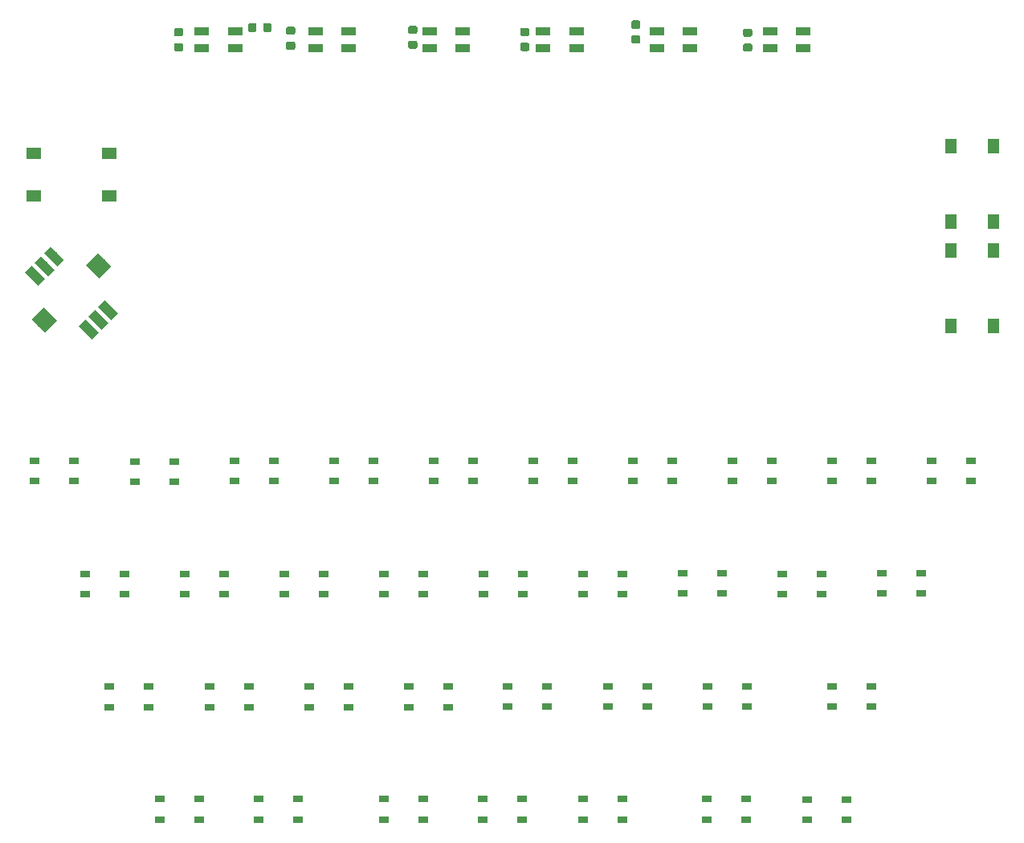
<source format=gbr>
G04 #@! TF.GenerationSoftware,KiCad,Pcbnew,5.0.2-1.fc29*
G04 #@! TF.CreationDate,2019-02-25T04:27:57+01:00*
G04 #@! TF.ProjectId,tr19-badge,74723139-2d62-4616-9467-652e6b696361,rev?*
G04 #@! TF.SameCoordinates,Original*
G04 #@! TF.FileFunction,Paste,Top*
G04 #@! TF.FilePolarity,Positive*
%FSLAX46Y46*%
G04 Gerber Fmt 4.6, Leading zero omitted, Abs format (unit mm)*
G04 Created by KiCad (PCBNEW 5.0.2-1.fc29) date Mon 25 Feb 2019 04:27:57 CET*
%MOMM*%
%LPD*%
G01*
G04 APERTURE LIST*
%ADD10R,1.050000X0.650000*%
%ADD11C,1.800000*%
%ADD12C,0.100000*%
%ADD13C,1.000000*%
%ADD14R,1.550000X1.300000*%
%ADD15R,1.300000X1.550000*%
%ADD16C,0.875000*%
%ADD17R,1.600000X0.850000*%
G04 APERTURE END LIST*
D10*
G04 #@! TO.C,S38*
X-49375000Y86775000D03*
X-45225000Y86775000D03*
X-49375000Y84625000D03*
X-45225000Y84625000D03*
G04 #@! TD*
D11*
G04 #@! TO.C,S6*
X-42634187Y107361804D03*
D12*
G36*
X-41290684Y107291093D02*
X-42563476Y106018301D01*
X-43977690Y107432515D01*
X-42704898Y108705307D01*
X-41290684Y107291093D01*
X-41290684Y107291093D01*
G37*
D11*
X-48361751Y101634241D03*
D12*
G36*
X-47018248Y101563530D02*
X-48291040Y100290738D01*
X-49705254Y101704952D01*
X-48432462Y102977744D01*
X-47018248Y101563530D01*
X-47018248Y101563530D01*
G37*
D13*
X-49334023Y106318823D03*
D12*
G36*
X-48273363Y105965270D02*
X-48980470Y105258163D01*
X-50394683Y106672376D01*
X-49687576Y107379483D01*
X-48273363Y105965270D01*
X-48273363Y105965270D01*
G37*
D13*
X-48326396Y107326450D03*
D12*
G36*
X-47265736Y106972897D02*
X-47972843Y106265790D01*
X-49387056Y107680003D01*
X-48679949Y108387110D01*
X-47265736Y106972897D01*
X-47265736Y106972897D01*
G37*
D13*
X-47318769Y108334077D03*
D12*
G36*
X-46258109Y107980524D02*
X-46965216Y107273417D01*
X-48379429Y108687630D01*
X-47672322Y109394737D01*
X-46258109Y107980524D01*
X-46258109Y107980524D01*
G37*
D13*
X-41661915Y102677223D03*
D12*
G36*
X-40601255Y102323670D02*
X-41308362Y101616563D01*
X-42722575Y103030776D01*
X-42015468Y103737883D01*
X-40601255Y102323670D01*
X-40601255Y102323670D01*
G37*
D13*
X-43677169Y100661968D03*
D12*
G36*
X-42616509Y100308415D02*
X-43323616Y99601308D01*
X-44737829Y101015521D01*
X-44030722Y101722628D01*
X-42616509Y100308415D01*
X-42616509Y100308415D01*
G37*
D13*
X-42669542Y101669596D03*
D12*
G36*
X-41608882Y101316043D02*
X-42315989Y100608936D01*
X-43730202Y102023149D01*
X-43023095Y102730256D01*
X-41608882Y101316043D01*
X-41608882Y101316043D01*
G37*
G04 #@! TD*
D14*
G04 #@! TO.C,S1*
X-41525000Y114750000D03*
X-49475000Y114750000D03*
X-41525000Y119250000D03*
X-49475000Y119250000D03*
G04 #@! TD*
D15*
G04 #@! TO.C,S2*
X51750000Y119975000D03*
X51750000Y112025000D03*
X47250000Y119975000D03*
X47250000Y112025000D03*
G04 #@! TD*
G04 #@! TO.C,S3*
X51750000Y108975000D03*
X51750000Y101025000D03*
X47250000Y108975000D03*
X47250000Y101025000D03*
G04 #@! TD*
D10*
G04 #@! TO.C,S8*
X21525000Y51125000D03*
X25675000Y51125000D03*
X21525000Y48975000D03*
X25675000Y48975000D03*
G04 #@! TD*
G04 #@! TO.C,S9*
X45175000Y86775000D03*
X49325000Y86775000D03*
X45175000Y84625000D03*
X49325000Y84625000D03*
G04 #@! TD*
G04 #@! TO.C,S10*
X-25725000Y51125000D03*
X-21575000Y51125000D03*
X-25725000Y48975000D03*
X-21575000Y48975000D03*
G04 #@! TD*
G04 #@! TO.C,S11*
X-28325000Y86775000D03*
X-24175000Y86775000D03*
X-28325000Y84625000D03*
X-24175000Y84625000D03*
G04 #@! TD*
G04 #@! TO.C,S12*
X32075000Y51075000D03*
X36225000Y51075000D03*
X32075000Y48925000D03*
X36225000Y48925000D03*
G04 #@! TD*
G04 #@! TO.C,S13*
X34725000Y86775000D03*
X38875000Y86775000D03*
X34725000Y84625000D03*
X38875000Y84625000D03*
G04 #@! TD*
G04 #@! TO.C,S14*
X-30925000Y62975000D03*
X-26775000Y62975000D03*
X-30925000Y60825000D03*
X-26775000Y60825000D03*
G04 #@! TD*
G04 #@! TO.C,S15*
X-23075000Y74875000D03*
X-18925000Y74875000D03*
X-23075000Y72725000D03*
X-18925000Y72725000D03*
G04 #@! TD*
G04 #@! TO.C,S16*
X11075000Y63025000D03*
X15225000Y63025000D03*
X11075000Y60875000D03*
X15225000Y60875000D03*
G04 #@! TD*
G04 #@! TO.C,S17*
X24175000Y86775000D03*
X28325000Y86775000D03*
X24175000Y84625000D03*
X28325000Y84625000D03*
G04 #@! TD*
G04 #@! TO.C,S18*
X-33575000Y74875000D03*
X-29425000Y74875000D03*
X-33575000Y72725000D03*
X-29425000Y72725000D03*
G04 #@! TD*
G04 #@! TO.C,S19*
X-20425000Y62975000D03*
X-16275000Y62975000D03*
X-20425000Y60825000D03*
X-16275000Y60825000D03*
G04 #@! TD*
G04 #@! TO.C,S20*
X21575000Y63025000D03*
X25725000Y63025000D03*
X21575000Y60875000D03*
X25725000Y60875000D03*
G04 #@! TD*
G04 #@! TO.C,S21*
X13725000Y86775000D03*
X17875000Y86775000D03*
X13725000Y84625000D03*
X17875000Y84625000D03*
G04 #@! TD*
G04 #@! TO.C,S22*
X-38775000Y86725000D03*
X-34625000Y86725000D03*
X-38775000Y84575000D03*
X-34625000Y84575000D03*
G04 #@! TD*
G04 #@! TO.C,S23*
X-12575000Y51125000D03*
X-8425000Y51125000D03*
X-12575000Y48975000D03*
X-8425000Y48975000D03*
G04 #@! TD*
G04 #@! TO.C,S24*
X34675000Y63025000D03*
X38825000Y63025000D03*
X34675000Y60875000D03*
X38825000Y60875000D03*
G04 #@! TD*
G04 #@! TO.C,S25*
X3175000Y86775000D03*
X7325000Y86775000D03*
X3175000Y84625000D03*
X7325000Y84625000D03*
G04 #@! TD*
G04 #@! TO.C,S26*
X-36175000Y51125000D03*
X-32025000Y51125000D03*
X-36175000Y48975000D03*
X-32025000Y48975000D03*
G04 #@! TD*
G04 #@! TO.C,S27*
X-17825000Y86775000D03*
X-13675000Y86775000D03*
X-17825000Y84625000D03*
X-13675000Y84625000D03*
G04 #@! TD*
G04 #@! TO.C,S28*
X8425000Y74875000D03*
X12575000Y74875000D03*
X8425000Y72725000D03*
X12575000Y72725000D03*
G04 #@! TD*
G04 #@! TO.C,S29*
X39925000Y74925000D03*
X44075000Y74925000D03*
X39925000Y72775000D03*
X44075000Y72775000D03*
G04 #@! TD*
G04 #@! TO.C,S30*
X-41475000Y62975000D03*
X-37325000Y62975000D03*
X-41475000Y60825000D03*
X-37325000Y60825000D03*
G04 #@! TD*
G04 #@! TO.C,S31*
X-12525000Y74875000D03*
X-8375000Y74875000D03*
X-12525000Y72725000D03*
X-8375000Y72725000D03*
G04 #@! TD*
G04 #@! TO.C,S32*
X525000Y63025000D03*
X4675000Y63025000D03*
X525000Y60875000D03*
X4675000Y60875000D03*
G04 #@! TD*
G04 #@! TO.C,S33*
X29425000Y74875000D03*
X33575000Y74875000D03*
X29425000Y72725000D03*
X33575000Y72725000D03*
G04 #@! TD*
G04 #@! TO.C,S34*
X-44075000Y74875000D03*
X-39925000Y74875000D03*
X-44075000Y72725000D03*
X-39925000Y72725000D03*
G04 #@! TD*
G04 #@! TO.C,S35*
X-9925000Y62975000D03*
X-5775000Y62975000D03*
X-9925000Y60825000D03*
X-5775000Y60825000D03*
G04 #@! TD*
G04 #@! TO.C,S36*
X-2075000Y74875000D03*
X2075000Y74875000D03*
X-2075000Y72725000D03*
X2075000Y72725000D03*
G04 #@! TD*
G04 #@! TO.C,S37*
X18925000Y74925000D03*
X23075000Y74925000D03*
X18925000Y72775000D03*
X23075000Y72775000D03*
G04 #@! TD*
G04 #@! TO.C,S39*
X-7325000Y86775000D03*
X-3175000Y86775000D03*
X-7325000Y84625000D03*
X-3175000Y84625000D03*
G04 #@! TD*
G04 #@! TO.C,S40*
X2055000Y48975000D03*
X-2095000Y48975000D03*
X2055000Y51125000D03*
X-2095000Y51125000D03*
G04 #@! TD*
G04 #@! TO.C,S41*
X8425000Y51115000D03*
X12575000Y51115000D03*
X8425000Y48965000D03*
X12575000Y48965000D03*
G04 #@! TD*
D12*
G04 #@! TO.C,C12*
G36*
X26077691Y132373947D02*
X26098926Y132370797D01*
X26119750Y132365581D01*
X26139962Y132358349D01*
X26159368Y132349170D01*
X26177781Y132338134D01*
X26195024Y132325346D01*
X26210930Y132310930D01*
X26225346Y132295024D01*
X26238134Y132277781D01*
X26249170Y132259368D01*
X26258349Y132239962D01*
X26265581Y132219750D01*
X26270797Y132198926D01*
X26273947Y132177691D01*
X26275000Y132156250D01*
X26275000Y131718750D01*
X26273947Y131697309D01*
X26270797Y131676074D01*
X26265581Y131655250D01*
X26258349Y131635038D01*
X26249170Y131615632D01*
X26238134Y131597219D01*
X26225346Y131579976D01*
X26210930Y131564070D01*
X26195024Y131549654D01*
X26177781Y131536866D01*
X26159368Y131525830D01*
X26139962Y131516651D01*
X26119750Y131509419D01*
X26098926Y131504203D01*
X26077691Y131501053D01*
X26056250Y131500000D01*
X25543750Y131500000D01*
X25522309Y131501053D01*
X25501074Y131504203D01*
X25480250Y131509419D01*
X25460038Y131516651D01*
X25440632Y131525830D01*
X25422219Y131536866D01*
X25404976Y131549654D01*
X25389070Y131564070D01*
X25374654Y131579976D01*
X25361866Y131597219D01*
X25350830Y131615632D01*
X25341651Y131635038D01*
X25334419Y131655250D01*
X25329203Y131676074D01*
X25326053Y131697309D01*
X25325000Y131718750D01*
X25325000Y132156250D01*
X25326053Y132177691D01*
X25329203Y132198926D01*
X25334419Y132219750D01*
X25341651Y132239962D01*
X25350830Y132259368D01*
X25361866Y132277781D01*
X25374654Y132295024D01*
X25389070Y132310930D01*
X25404976Y132325346D01*
X25422219Y132338134D01*
X25440632Y132349170D01*
X25460038Y132358349D01*
X25480250Y132365581D01*
X25501074Y132370797D01*
X25522309Y132373947D01*
X25543750Y132375000D01*
X26056250Y132375000D01*
X26077691Y132373947D01*
X26077691Y132373947D01*
G37*
D16*
X25800000Y131937500D03*
D12*
G36*
X26077691Y130798947D02*
X26098926Y130795797D01*
X26119750Y130790581D01*
X26139962Y130783349D01*
X26159368Y130774170D01*
X26177781Y130763134D01*
X26195024Y130750346D01*
X26210930Y130735930D01*
X26225346Y130720024D01*
X26238134Y130702781D01*
X26249170Y130684368D01*
X26258349Y130664962D01*
X26265581Y130644750D01*
X26270797Y130623926D01*
X26273947Y130602691D01*
X26275000Y130581250D01*
X26275000Y130143750D01*
X26273947Y130122309D01*
X26270797Y130101074D01*
X26265581Y130080250D01*
X26258349Y130060038D01*
X26249170Y130040632D01*
X26238134Y130022219D01*
X26225346Y130004976D01*
X26210930Y129989070D01*
X26195024Y129974654D01*
X26177781Y129961866D01*
X26159368Y129950830D01*
X26139962Y129941651D01*
X26119750Y129934419D01*
X26098926Y129929203D01*
X26077691Y129926053D01*
X26056250Y129925000D01*
X25543750Y129925000D01*
X25522309Y129926053D01*
X25501074Y129929203D01*
X25480250Y129934419D01*
X25460038Y129941651D01*
X25440632Y129950830D01*
X25422219Y129961866D01*
X25404976Y129974654D01*
X25389070Y129989070D01*
X25374654Y130004976D01*
X25361866Y130022219D01*
X25350830Y130040632D01*
X25341651Y130060038D01*
X25334419Y130080250D01*
X25329203Y130101074D01*
X25326053Y130122309D01*
X25325000Y130143750D01*
X25325000Y130581250D01*
X25326053Y130602691D01*
X25329203Y130623926D01*
X25334419Y130644750D01*
X25341651Y130664962D01*
X25350830Y130684368D01*
X25361866Y130702781D01*
X25374654Y130720024D01*
X25389070Y130735930D01*
X25404976Y130750346D01*
X25422219Y130763134D01*
X25440632Y130774170D01*
X25460038Y130783349D01*
X25480250Y130790581D01*
X25501074Y130795797D01*
X25522309Y130798947D01*
X25543750Y130800000D01*
X26056250Y130800000D01*
X26077691Y130798947D01*
X26077691Y130798947D01*
G37*
D16*
X25800000Y130362500D03*
G04 #@! TD*
D12*
G04 #@! TO.C,C20*
G36*
X-9222309Y131098947D02*
X-9201074Y131095797D01*
X-9180250Y131090581D01*
X-9160038Y131083349D01*
X-9140632Y131074170D01*
X-9122219Y131063134D01*
X-9104976Y131050346D01*
X-9089070Y131035930D01*
X-9074654Y131020024D01*
X-9061866Y131002781D01*
X-9050830Y130984368D01*
X-9041651Y130964962D01*
X-9034419Y130944750D01*
X-9029203Y130923926D01*
X-9026053Y130902691D01*
X-9025000Y130881250D01*
X-9025000Y130443750D01*
X-9026053Y130422309D01*
X-9029203Y130401074D01*
X-9034419Y130380250D01*
X-9041651Y130360038D01*
X-9050830Y130340632D01*
X-9061866Y130322219D01*
X-9074654Y130304976D01*
X-9089070Y130289070D01*
X-9104976Y130274654D01*
X-9122219Y130261866D01*
X-9140632Y130250830D01*
X-9160038Y130241651D01*
X-9180250Y130234419D01*
X-9201074Y130229203D01*
X-9222309Y130226053D01*
X-9243750Y130225000D01*
X-9756250Y130225000D01*
X-9777691Y130226053D01*
X-9798926Y130229203D01*
X-9819750Y130234419D01*
X-9839962Y130241651D01*
X-9859368Y130250830D01*
X-9877781Y130261866D01*
X-9895024Y130274654D01*
X-9910930Y130289070D01*
X-9925346Y130304976D01*
X-9938134Y130322219D01*
X-9949170Y130340632D01*
X-9958349Y130360038D01*
X-9965581Y130380250D01*
X-9970797Y130401074D01*
X-9973947Y130422309D01*
X-9975000Y130443750D01*
X-9975000Y130881250D01*
X-9973947Y130902691D01*
X-9970797Y130923926D01*
X-9965581Y130944750D01*
X-9958349Y130964962D01*
X-9949170Y130984368D01*
X-9938134Y131002781D01*
X-9925346Y131020024D01*
X-9910930Y131035930D01*
X-9895024Y131050346D01*
X-9877781Y131063134D01*
X-9859368Y131074170D01*
X-9839962Y131083349D01*
X-9819750Y131090581D01*
X-9798926Y131095797D01*
X-9777691Y131098947D01*
X-9756250Y131100000D01*
X-9243750Y131100000D01*
X-9222309Y131098947D01*
X-9222309Y131098947D01*
G37*
D16*
X-9500000Y130662500D03*
D12*
G36*
X-9222309Y132673947D02*
X-9201074Y132670797D01*
X-9180250Y132665581D01*
X-9160038Y132658349D01*
X-9140632Y132649170D01*
X-9122219Y132638134D01*
X-9104976Y132625346D01*
X-9089070Y132610930D01*
X-9074654Y132595024D01*
X-9061866Y132577781D01*
X-9050830Y132559368D01*
X-9041651Y132539962D01*
X-9034419Y132519750D01*
X-9029203Y132498926D01*
X-9026053Y132477691D01*
X-9025000Y132456250D01*
X-9025000Y132018750D01*
X-9026053Y131997309D01*
X-9029203Y131976074D01*
X-9034419Y131955250D01*
X-9041651Y131935038D01*
X-9050830Y131915632D01*
X-9061866Y131897219D01*
X-9074654Y131879976D01*
X-9089070Y131864070D01*
X-9104976Y131849654D01*
X-9122219Y131836866D01*
X-9140632Y131825830D01*
X-9160038Y131816651D01*
X-9180250Y131809419D01*
X-9201074Y131804203D01*
X-9222309Y131801053D01*
X-9243750Y131800000D01*
X-9756250Y131800000D01*
X-9777691Y131801053D01*
X-9798926Y131804203D01*
X-9819750Y131809419D01*
X-9839962Y131816651D01*
X-9859368Y131825830D01*
X-9877781Y131836866D01*
X-9895024Y131849654D01*
X-9910930Y131864070D01*
X-9925346Y131879976D01*
X-9938134Y131897219D01*
X-9949170Y131915632D01*
X-9958349Y131935038D01*
X-9965581Y131955250D01*
X-9970797Y131976074D01*
X-9973947Y131997309D01*
X-9975000Y132018750D01*
X-9975000Y132456250D01*
X-9973947Y132477691D01*
X-9970797Y132498926D01*
X-9965581Y132519750D01*
X-9958349Y132539962D01*
X-9949170Y132559368D01*
X-9938134Y132577781D01*
X-9925346Y132595024D01*
X-9910930Y132610930D01*
X-9895024Y132625346D01*
X-9877781Y132638134D01*
X-9859368Y132649170D01*
X-9839962Y132658349D01*
X-9819750Y132665581D01*
X-9798926Y132670797D01*
X-9777691Y132673947D01*
X-9756250Y132675000D01*
X-9243750Y132675000D01*
X-9222309Y132673947D01*
X-9222309Y132673947D01*
G37*
D16*
X-9500000Y132237500D03*
G04 #@! TD*
D12*
G04 #@! TO.C,C23*
G36*
X2577691Y132448947D02*
X2598926Y132445797D01*
X2619750Y132440581D01*
X2639962Y132433349D01*
X2659368Y132424170D01*
X2677781Y132413134D01*
X2695024Y132400346D01*
X2710930Y132385930D01*
X2725346Y132370024D01*
X2738134Y132352781D01*
X2749170Y132334368D01*
X2758349Y132314962D01*
X2765581Y132294750D01*
X2770797Y132273926D01*
X2773947Y132252691D01*
X2775000Y132231250D01*
X2775000Y131793750D01*
X2773947Y131772309D01*
X2770797Y131751074D01*
X2765581Y131730250D01*
X2758349Y131710038D01*
X2749170Y131690632D01*
X2738134Y131672219D01*
X2725346Y131654976D01*
X2710930Y131639070D01*
X2695024Y131624654D01*
X2677781Y131611866D01*
X2659368Y131600830D01*
X2639962Y131591651D01*
X2619750Y131584419D01*
X2598926Y131579203D01*
X2577691Y131576053D01*
X2556250Y131575000D01*
X2043750Y131575000D01*
X2022309Y131576053D01*
X2001074Y131579203D01*
X1980250Y131584419D01*
X1960038Y131591651D01*
X1940632Y131600830D01*
X1922219Y131611866D01*
X1904976Y131624654D01*
X1889070Y131639070D01*
X1874654Y131654976D01*
X1861866Y131672219D01*
X1850830Y131690632D01*
X1841651Y131710038D01*
X1834419Y131730250D01*
X1829203Y131751074D01*
X1826053Y131772309D01*
X1825000Y131793750D01*
X1825000Y132231250D01*
X1826053Y132252691D01*
X1829203Y132273926D01*
X1834419Y132294750D01*
X1841651Y132314962D01*
X1850830Y132334368D01*
X1861866Y132352781D01*
X1874654Y132370024D01*
X1889070Y132385930D01*
X1904976Y132400346D01*
X1922219Y132413134D01*
X1940632Y132424170D01*
X1960038Y132433349D01*
X1980250Y132440581D01*
X2001074Y132445797D01*
X2022309Y132448947D01*
X2043750Y132450000D01*
X2556250Y132450000D01*
X2577691Y132448947D01*
X2577691Y132448947D01*
G37*
D16*
X2300000Y132012500D03*
D12*
G36*
X2577691Y130873947D02*
X2598926Y130870797D01*
X2619750Y130865581D01*
X2639962Y130858349D01*
X2659368Y130849170D01*
X2677781Y130838134D01*
X2695024Y130825346D01*
X2710930Y130810930D01*
X2725346Y130795024D01*
X2738134Y130777781D01*
X2749170Y130759368D01*
X2758349Y130739962D01*
X2765581Y130719750D01*
X2770797Y130698926D01*
X2773947Y130677691D01*
X2775000Y130656250D01*
X2775000Y130218750D01*
X2773947Y130197309D01*
X2770797Y130176074D01*
X2765581Y130155250D01*
X2758349Y130135038D01*
X2749170Y130115632D01*
X2738134Y130097219D01*
X2725346Y130079976D01*
X2710930Y130064070D01*
X2695024Y130049654D01*
X2677781Y130036866D01*
X2659368Y130025830D01*
X2639962Y130016651D01*
X2619750Y130009419D01*
X2598926Y130004203D01*
X2577691Y130001053D01*
X2556250Y130000000D01*
X2043750Y130000000D01*
X2022309Y130001053D01*
X2001074Y130004203D01*
X1980250Y130009419D01*
X1960038Y130016651D01*
X1940632Y130025830D01*
X1922219Y130036866D01*
X1904976Y130049654D01*
X1889070Y130064070D01*
X1874654Y130079976D01*
X1861866Y130097219D01*
X1850830Y130115632D01*
X1841651Y130135038D01*
X1834419Y130155250D01*
X1829203Y130176074D01*
X1826053Y130197309D01*
X1825000Y130218750D01*
X1825000Y130656250D01*
X1826053Y130677691D01*
X1829203Y130698926D01*
X1834419Y130719750D01*
X1841651Y130739962D01*
X1850830Y130759368D01*
X1861866Y130777781D01*
X1874654Y130795024D01*
X1889070Y130810930D01*
X1904976Y130825346D01*
X1922219Y130838134D01*
X1940632Y130849170D01*
X1960038Y130858349D01*
X1980250Y130865581D01*
X2001074Y130870797D01*
X2022309Y130873947D01*
X2043750Y130875000D01*
X2556250Y130875000D01*
X2577691Y130873947D01*
X2577691Y130873947D01*
G37*
D16*
X2300000Y130437500D03*
G04 #@! TD*
D12*
G04 #@! TO.C,C25*
G36*
X-22097309Y130998947D02*
X-22076074Y130995797D01*
X-22055250Y130990581D01*
X-22035038Y130983349D01*
X-22015632Y130974170D01*
X-21997219Y130963134D01*
X-21979976Y130950346D01*
X-21964070Y130935930D01*
X-21949654Y130920024D01*
X-21936866Y130902781D01*
X-21925830Y130884368D01*
X-21916651Y130864962D01*
X-21909419Y130844750D01*
X-21904203Y130823926D01*
X-21901053Y130802691D01*
X-21900000Y130781250D01*
X-21900000Y130343750D01*
X-21901053Y130322309D01*
X-21904203Y130301074D01*
X-21909419Y130280250D01*
X-21916651Y130260038D01*
X-21925830Y130240632D01*
X-21936866Y130222219D01*
X-21949654Y130204976D01*
X-21964070Y130189070D01*
X-21979976Y130174654D01*
X-21997219Y130161866D01*
X-22015632Y130150830D01*
X-22035038Y130141651D01*
X-22055250Y130134419D01*
X-22076074Y130129203D01*
X-22097309Y130126053D01*
X-22118750Y130125000D01*
X-22631250Y130125000D01*
X-22652691Y130126053D01*
X-22673926Y130129203D01*
X-22694750Y130134419D01*
X-22714962Y130141651D01*
X-22734368Y130150830D01*
X-22752781Y130161866D01*
X-22770024Y130174654D01*
X-22785930Y130189070D01*
X-22800346Y130204976D01*
X-22813134Y130222219D01*
X-22824170Y130240632D01*
X-22833349Y130260038D01*
X-22840581Y130280250D01*
X-22845797Y130301074D01*
X-22848947Y130322309D01*
X-22850000Y130343750D01*
X-22850000Y130781250D01*
X-22848947Y130802691D01*
X-22845797Y130823926D01*
X-22840581Y130844750D01*
X-22833349Y130864962D01*
X-22824170Y130884368D01*
X-22813134Y130902781D01*
X-22800346Y130920024D01*
X-22785930Y130935930D01*
X-22770024Y130950346D01*
X-22752781Y130963134D01*
X-22734368Y130974170D01*
X-22714962Y130983349D01*
X-22694750Y130990581D01*
X-22673926Y130995797D01*
X-22652691Y130998947D01*
X-22631250Y131000000D01*
X-22118750Y131000000D01*
X-22097309Y130998947D01*
X-22097309Y130998947D01*
G37*
D16*
X-22375000Y130562500D03*
D12*
G36*
X-22097309Y132573947D02*
X-22076074Y132570797D01*
X-22055250Y132565581D01*
X-22035038Y132558349D01*
X-22015632Y132549170D01*
X-21997219Y132538134D01*
X-21979976Y132525346D01*
X-21964070Y132510930D01*
X-21949654Y132495024D01*
X-21936866Y132477781D01*
X-21925830Y132459368D01*
X-21916651Y132439962D01*
X-21909419Y132419750D01*
X-21904203Y132398926D01*
X-21901053Y132377691D01*
X-21900000Y132356250D01*
X-21900000Y131918750D01*
X-21901053Y131897309D01*
X-21904203Y131876074D01*
X-21909419Y131855250D01*
X-21916651Y131835038D01*
X-21925830Y131815632D01*
X-21936866Y131797219D01*
X-21949654Y131779976D01*
X-21964070Y131764070D01*
X-21979976Y131749654D01*
X-21997219Y131736866D01*
X-22015632Y131725830D01*
X-22035038Y131716651D01*
X-22055250Y131709419D01*
X-22076074Y131704203D01*
X-22097309Y131701053D01*
X-22118750Y131700000D01*
X-22631250Y131700000D01*
X-22652691Y131701053D01*
X-22673926Y131704203D01*
X-22694750Y131709419D01*
X-22714962Y131716651D01*
X-22734368Y131725830D01*
X-22752781Y131736866D01*
X-22770024Y131749654D01*
X-22785930Y131764070D01*
X-22800346Y131779976D01*
X-22813134Y131797219D01*
X-22824170Y131815632D01*
X-22833349Y131835038D01*
X-22840581Y131855250D01*
X-22845797Y131876074D01*
X-22848947Y131897309D01*
X-22850000Y131918750D01*
X-22850000Y132356250D01*
X-22848947Y132377691D01*
X-22845797Y132398926D01*
X-22840581Y132419750D01*
X-22833349Y132439962D01*
X-22824170Y132459368D01*
X-22813134Y132477781D01*
X-22800346Y132495024D01*
X-22785930Y132510930D01*
X-22770024Y132525346D01*
X-22752781Y132538134D01*
X-22734368Y132549170D01*
X-22714962Y132558349D01*
X-22694750Y132565581D01*
X-22673926Y132570797D01*
X-22652691Y132573947D01*
X-22631250Y132575000D01*
X-22118750Y132575000D01*
X-22097309Y132573947D01*
X-22097309Y132573947D01*
G37*
D16*
X-22375000Y132137500D03*
G04 #@! TD*
D12*
G04 #@! TO.C,C27*
G36*
X14277691Y131648947D02*
X14298926Y131645797D01*
X14319750Y131640581D01*
X14339962Y131633349D01*
X14359368Y131624170D01*
X14377781Y131613134D01*
X14395024Y131600346D01*
X14410930Y131585930D01*
X14425346Y131570024D01*
X14438134Y131552781D01*
X14449170Y131534368D01*
X14458349Y131514962D01*
X14465581Y131494750D01*
X14470797Y131473926D01*
X14473947Y131452691D01*
X14475000Y131431250D01*
X14475000Y130993750D01*
X14473947Y130972309D01*
X14470797Y130951074D01*
X14465581Y130930250D01*
X14458349Y130910038D01*
X14449170Y130890632D01*
X14438134Y130872219D01*
X14425346Y130854976D01*
X14410930Y130839070D01*
X14395024Y130824654D01*
X14377781Y130811866D01*
X14359368Y130800830D01*
X14339962Y130791651D01*
X14319750Y130784419D01*
X14298926Y130779203D01*
X14277691Y130776053D01*
X14256250Y130775000D01*
X13743750Y130775000D01*
X13722309Y130776053D01*
X13701074Y130779203D01*
X13680250Y130784419D01*
X13660038Y130791651D01*
X13640632Y130800830D01*
X13622219Y130811866D01*
X13604976Y130824654D01*
X13589070Y130839070D01*
X13574654Y130854976D01*
X13561866Y130872219D01*
X13550830Y130890632D01*
X13541651Y130910038D01*
X13534419Y130930250D01*
X13529203Y130951074D01*
X13526053Y130972309D01*
X13525000Y130993750D01*
X13525000Y131431250D01*
X13526053Y131452691D01*
X13529203Y131473926D01*
X13534419Y131494750D01*
X13541651Y131514962D01*
X13550830Y131534368D01*
X13561866Y131552781D01*
X13574654Y131570024D01*
X13589070Y131585930D01*
X13604976Y131600346D01*
X13622219Y131613134D01*
X13640632Y131624170D01*
X13660038Y131633349D01*
X13680250Y131640581D01*
X13701074Y131645797D01*
X13722309Y131648947D01*
X13743750Y131650000D01*
X14256250Y131650000D01*
X14277691Y131648947D01*
X14277691Y131648947D01*
G37*
D16*
X14000000Y131212500D03*
D12*
G36*
X14277691Y133223947D02*
X14298926Y133220797D01*
X14319750Y133215581D01*
X14339962Y133208349D01*
X14359368Y133199170D01*
X14377781Y133188134D01*
X14395024Y133175346D01*
X14410930Y133160930D01*
X14425346Y133145024D01*
X14438134Y133127781D01*
X14449170Y133109368D01*
X14458349Y133089962D01*
X14465581Y133069750D01*
X14470797Y133048926D01*
X14473947Y133027691D01*
X14475000Y133006250D01*
X14475000Y132568750D01*
X14473947Y132547309D01*
X14470797Y132526074D01*
X14465581Y132505250D01*
X14458349Y132485038D01*
X14449170Y132465632D01*
X14438134Y132447219D01*
X14425346Y132429976D01*
X14410930Y132414070D01*
X14395024Y132399654D01*
X14377781Y132386866D01*
X14359368Y132375830D01*
X14339962Y132366651D01*
X14319750Y132359419D01*
X14298926Y132354203D01*
X14277691Y132351053D01*
X14256250Y132350000D01*
X13743750Y132350000D01*
X13722309Y132351053D01*
X13701074Y132354203D01*
X13680250Y132359419D01*
X13660038Y132366651D01*
X13640632Y132375830D01*
X13622219Y132386866D01*
X13604976Y132399654D01*
X13589070Y132414070D01*
X13574654Y132429976D01*
X13561866Y132447219D01*
X13550830Y132465632D01*
X13541651Y132485038D01*
X13534419Y132505250D01*
X13529203Y132526074D01*
X13526053Y132547309D01*
X13525000Y132568750D01*
X13525000Y133006250D01*
X13526053Y133027691D01*
X13529203Y133048926D01*
X13534419Y133069750D01*
X13541651Y133089962D01*
X13550830Y133109368D01*
X13561866Y133127781D01*
X13574654Y133145024D01*
X13589070Y133160930D01*
X13604976Y133175346D01*
X13622219Y133188134D01*
X13640632Y133199170D01*
X13660038Y133208349D01*
X13680250Y133215581D01*
X13701074Y133220797D01*
X13722309Y133223947D01*
X13743750Y133225000D01*
X14256250Y133225000D01*
X14277691Y133223947D01*
X14277691Y133223947D01*
G37*
D16*
X14000000Y132787500D03*
G04 #@! TD*
D12*
G04 #@! TO.C,C28*
G36*
X-33922309Y132423947D02*
X-33901074Y132420797D01*
X-33880250Y132415581D01*
X-33860038Y132408349D01*
X-33840632Y132399170D01*
X-33822219Y132388134D01*
X-33804976Y132375346D01*
X-33789070Y132360930D01*
X-33774654Y132345024D01*
X-33761866Y132327781D01*
X-33750830Y132309368D01*
X-33741651Y132289962D01*
X-33734419Y132269750D01*
X-33729203Y132248926D01*
X-33726053Y132227691D01*
X-33725000Y132206250D01*
X-33725000Y131768750D01*
X-33726053Y131747309D01*
X-33729203Y131726074D01*
X-33734419Y131705250D01*
X-33741651Y131685038D01*
X-33750830Y131665632D01*
X-33761866Y131647219D01*
X-33774654Y131629976D01*
X-33789070Y131614070D01*
X-33804976Y131599654D01*
X-33822219Y131586866D01*
X-33840632Y131575830D01*
X-33860038Y131566651D01*
X-33880250Y131559419D01*
X-33901074Y131554203D01*
X-33922309Y131551053D01*
X-33943750Y131550000D01*
X-34456250Y131550000D01*
X-34477691Y131551053D01*
X-34498926Y131554203D01*
X-34519750Y131559419D01*
X-34539962Y131566651D01*
X-34559368Y131575830D01*
X-34577781Y131586866D01*
X-34595024Y131599654D01*
X-34610930Y131614070D01*
X-34625346Y131629976D01*
X-34638134Y131647219D01*
X-34649170Y131665632D01*
X-34658349Y131685038D01*
X-34665581Y131705250D01*
X-34670797Y131726074D01*
X-34673947Y131747309D01*
X-34675000Y131768750D01*
X-34675000Y132206250D01*
X-34673947Y132227691D01*
X-34670797Y132248926D01*
X-34665581Y132269750D01*
X-34658349Y132289962D01*
X-34649170Y132309368D01*
X-34638134Y132327781D01*
X-34625346Y132345024D01*
X-34610930Y132360930D01*
X-34595024Y132375346D01*
X-34577781Y132388134D01*
X-34559368Y132399170D01*
X-34539962Y132408349D01*
X-34519750Y132415581D01*
X-34498926Y132420797D01*
X-34477691Y132423947D01*
X-34456250Y132425000D01*
X-33943750Y132425000D01*
X-33922309Y132423947D01*
X-33922309Y132423947D01*
G37*
D16*
X-34200000Y131987500D03*
D12*
G36*
X-33922309Y130848947D02*
X-33901074Y130845797D01*
X-33880250Y130840581D01*
X-33860038Y130833349D01*
X-33840632Y130824170D01*
X-33822219Y130813134D01*
X-33804976Y130800346D01*
X-33789070Y130785930D01*
X-33774654Y130770024D01*
X-33761866Y130752781D01*
X-33750830Y130734368D01*
X-33741651Y130714962D01*
X-33734419Y130694750D01*
X-33729203Y130673926D01*
X-33726053Y130652691D01*
X-33725000Y130631250D01*
X-33725000Y130193750D01*
X-33726053Y130172309D01*
X-33729203Y130151074D01*
X-33734419Y130130250D01*
X-33741651Y130110038D01*
X-33750830Y130090632D01*
X-33761866Y130072219D01*
X-33774654Y130054976D01*
X-33789070Y130039070D01*
X-33804976Y130024654D01*
X-33822219Y130011866D01*
X-33840632Y130000830D01*
X-33860038Y129991651D01*
X-33880250Y129984419D01*
X-33901074Y129979203D01*
X-33922309Y129976053D01*
X-33943750Y129975000D01*
X-34456250Y129975000D01*
X-34477691Y129976053D01*
X-34498926Y129979203D01*
X-34519750Y129984419D01*
X-34539962Y129991651D01*
X-34559368Y130000830D01*
X-34577781Y130011866D01*
X-34595024Y130024654D01*
X-34610930Y130039070D01*
X-34625346Y130054976D01*
X-34638134Y130072219D01*
X-34649170Y130090632D01*
X-34658349Y130110038D01*
X-34665581Y130130250D01*
X-34670797Y130151074D01*
X-34673947Y130172309D01*
X-34675000Y130193750D01*
X-34675000Y130631250D01*
X-34673947Y130652691D01*
X-34670797Y130673926D01*
X-34665581Y130694750D01*
X-34658349Y130714962D01*
X-34649170Y130734368D01*
X-34638134Y130752781D01*
X-34625346Y130770024D01*
X-34610930Y130785930D01*
X-34595024Y130800346D01*
X-34577781Y130813134D01*
X-34559368Y130824170D01*
X-34539962Y130833349D01*
X-34519750Y130840581D01*
X-34498926Y130845797D01*
X-34477691Y130848947D01*
X-34456250Y130850000D01*
X-33943750Y130850000D01*
X-33922309Y130848947D01*
X-33922309Y130848947D01*
G37*
D16*
X-34200000Y130412500D03*
G04 #@! TD*
D12*
G04 #@! TO.C,R74*
G36*
X-24597309Y132948947D02*
X-24576074Y132945797D01*
X-24555250Y132940581D01*
X-24535038Y132933349D01*
X-24515632Y132924170D01*
X-24497219Y132913134D01*
X-24479976Y132900346D01*
X-24464070Y132885930D01*
X-24449654Y132870024D01*
X-24436866Y132852781D01*
X-24425830Y132834368D01*
X-24416651Y132814962D01*
X-24409419Y132794750D01*
X-24404203Y132773926D01*
X-24401053Y132752691D01*
X-24400000Y132731250D01*
X-24400000Y132218750D01*
X-24401053Y132197309D01*
X-24404203Y132176074D01*
X-24409419Y132155250D01*
X-24416651Y132135038D01*
X-24425830Y132115632D01*
X-24436866Y132097219D01*
X-24449654Y132079976D01*
X-24464070Y132064070D01*
X-24479976Y132049654D01*
X-24497219Y132036866D01*
X-24515632Y132025830D01*
X-24535038Y132016651D01*
X-24555250Y132009419D01*
X-24576074Y132004203D01*
X-24597309Y132001053D01*
X-24618750Y132000000D01*
X-25056250Y132000000D01*
X-25077691Y132001053D01*
X-25098926Y132004203D01*
X-25119750Y132009419D01*
X-25139962Y132016651D01*
X-25159368Y132025830D01*
X-25177781Y132036866D01*
X-25195024Y132049654D01*
X-25210930Y132064070D01*
X-25225346Y132079976D01*
X-25238134Y132097219D01*
X-25249170Y132115632D01*
X-25258349Y132135038D01*
X-25265581Y132155250D01*
X-25270797Y132176074D01*
X-25273947Y132197309D01*
X-25275000Y132218750D01*
X-25275000Y132731250D01*
X-25273947Y132752691D01*
X-25270797Y132773926D01*
X-25265581Y132794750D01*
X-25258349Y132814962D01*
X-25249170Y132834368D01*
X-25238134Y132852781D01*
X-25225346Y132870024D01*
X-25210930Y132885930D01*
X-25195024Y132900346D01*
X-25177781Y132913134D01*
X-25159368Y132924170D01*
X-25139962Y132933349D01*
X-25119750Y132940581D01*
X-25098926Y132945797D01*
X-25077691Y132948947D01*
X-25056250Y132950000D01*
X-24618750Y132950000D01*
X-24597309Y132948947D01*
X-24597309Y132948947D01*
G37*
D16*
X-24837500Y132475000D03*
D12*
G36*
X-26172309Y132948947D02*
X-26151074Y132945797D01*
X-26130250Y132940581D01*
X-26110038Y132933349D01*
X-26090632Y132924170D01*
X-26072219Y132913134D01*
X-26054976Y132900346D01*
X-26039070Y132885930D01*
X-26024654Y132870024D01*
X-26011866Y132852781D01*
X-26000830Y132834368D01*
X-25991651Y132814962D01*
X-25984419Y132794750D01*
X-25979203Y132773926D01*
X-25976053Y132752691D01*
X-25975000Y132731250D01*
X-25975000Y132218750D01*
X-25976053Y132197309D01*
X-25979203Y132176074D01*
X-25984419Y132155250D01*
X-25991651Y132135038D01*
X-26000830Y132115632D01*
X-26011866Y132097219D01*
X-26024654Y132079976D01*
X-26039070Y132064070D01*
X-26054976Y132049654D01*
X-26072219Y132036866D01*
X-26090632Y132025830D01*
X-26110038Y132016651D01*
X-26130250Y132009419D01*
X-26151074Y132004203D01*
X-26172309Y132001053D01*
X-26193750Y132000000D01*
X-26631250Y132000000D01*
X-26652691Y132001053D01*
X-26673926Y132004203D01*
X-26694750Y132009419D01*
X-26714962Y132016651D01*
X-26734368Y132025830D01*
X-26752781Y132036866D01*
X-26770024Y132049654D01*
X-26785930Y132064070D01*
X-26800346Y132079976D01*
X-26813134Y132097219D01*
X-26824170Y132115632D01*
X-26833349Y132135038D01*
X-26840581Y132155250D01*
X-26845797Y132176074D01*
X-26848947Y132197309D01*
X-26850000Y132218750D01*
X-26850000Y132731250D01*
X-26848947Y132752691D01*
X-26845797Y132773926D01*
X-26840581Y132794750D01*
X-26833349Y132814962D01*
X-26824170Y132834368D01*
X-26813134Y132852781D01*
X-26800346Y132870024D01*
X-26785930Y132885930D01*
X-26770024Y132900346D01*
X-26752781Y132913134D01*
X-26734368Y132924170D01*
X-26714962Y132933349D01*
X-26694750Y132940581D01*
X-26673926Y132945797D01*
X-26652691Y132948947D01*
X-26631250Y132950000D01*
X-26193750Y132950000D01*
X-26172309Y132948947D01*
X-26172309Y132948947D01*
G37*
D16*
X-26412500Y132475000D03*
G04 #@! TD*
D17*
G04 #@! TO.C,D5*
X16250000Y132075000D03*
X16250000Y130325000D03*
X19750000Y132075000D03*
X19750000Y130325000D03*
G04 #@! TD*
G04 #@! TO.C,D13*
X-31750000Y132075000D03*
X-31750000Y130325000D03*
X-28250000Y132075000D03*
X-28250000Y130325000D03*
G04 #@! TD*
G04 #@! TO.C,D14*
X-16250000Y130325000D03*
X-16250000Y132075000D03*
X-19750000Y130325000D03*
X-19750000Y132075000D03*
G04 #@! TD*
G04 #@! TO.C,D15*
X-4250000Y130325000D03*
X-4250000Y132075000D03*
X-7750000Y130325000D03*
X-7750000Y132075000D03*
G04 #@! TD*
G04 #@! TO.C,D16*
X4250000Y132075000D03*
X4250000Y130325000D03*
X7750000Y132075000D03*
X7750000Y130325000D03*
G04 #@! TD*
G04 #@! TO.C,D17*
X31650000Y130325000D03*
X31650000Y132075000D03*
X28150000Y130325000D03*
X28150000Y132075000D03*
G04 #@! TD*
M02*

</source>
